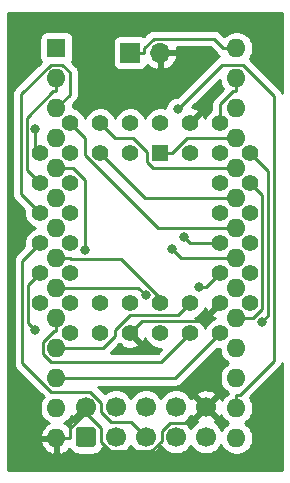
<source format=gbl>
G04 #@! TF.GenerationSoftware,KiCad,Pcbnew,(5.1.8-0-10_14)*
G04 #@! TF.CreationDate,2021-07-28T22:27:14+02:00*
G04 #@! TF.ProjectId,C64_PLA,4336345f-504c-4412-9e6b-696361645f70,rev?*
G04 #@! TF.SameCoordinates,Original*
G04 #@! TF.FileFunction,Copper,L2,Bot*
G04 #@! TF.FilePolarity,Positive*
%FSLAX46Y46*%
G04 Gerber Fmt 4.6, Leading zero omitted, Abs format (unit mm)*
G04 Created by KiCad (PCBNEW (5.1.8-0-10_14)) date 2021-07-28 22:27:14*
%MOMM*%
%LPD*%
G01*
G04 APERTURE LIST*
G04 #@! TA.AperFunction,ComponentPad*
%ADD10C,1.700000*%
G04 #@! TD*
G04 #@! TA.AperFunction,ComponentPad*
%ADD11O,1.600000X1.600000*%
G04 #@! TD*
G04 #@! TA.AperFunction,ComponentPad*
%ADD12R,1.600000X1.600000*%
G04 #@! TD*
G04 #@! TA.AperFunction,ComponentPad*
%ADD13O,1.700000X1.700000*%
G04 #@! TD*
G04 #@! TA.AperFunction,ComponentPad*
%ADD14R,1.700000X1.700000*%
G04 #@! TD*
G04 #@! TA.AperFunction,ComponentPad*
%ADD15C,1.422400*%
G04 #@! TD*
G04 #@! TA.AperFunction,ComponentPad*
%ADD16R,1.422400X1.422400*%
G04 #@! TD*
G04 #@! TA.AperFunction,ViaPad*
%ADD17C,0.800000*%
G04 #@! TD*
G04 #@! TA.AperFunction,Conductor*
%ADD18C,0.250000*%
G04 #@! TD*
G04 #@! TA.AperFunction,Conductor*
%ADD19C,0.254000*%
G04 #@! TD*
G04 #@! TA.AperFunction,Conductor*
%ADD20C,0.100000*%
G04 #@! TD*
G04 APERTURE END LIST*
G04 #@! TA.AperFunction,ComponentPad*
G36*
G01*
X143310000Y-136390000D02*
X142110000Y-136390000D01*
G75*
G02*
X141860000Y-136140000I0J250000D01*
G01*
X141860000Y-134940000D01*
G75*
G02*
X142110000Y-134690000I250000J0D01*
G01*
X143310000Y-134690000D01*
G75*
G02*
X143560000Y-134940000I0J-250000D01*
G01*
X143560000Y-136140000D01*
G75*
G02*
X143310000Y-136390000I-250000J0D01*
G01*
G37*
G04 #@! TD.AperFunction*
D10*
X145250000Y-135540000D03*
X147790000Y-135540000D03*
X150330000Y-135540000D03*
X152870000Y-135540000D03*
X142710000Y-133000000D03*
X145250000Y-133000000D03*
X147790000Y-133000000D03*
X150330000Y-133000000D03*
X152870000Y-133000000D03*
D11*
X155467600Y-102617000D03*
X140227600Y-135637000D03*
X155467600Y-105157000D03*
X140227600Y-133097000D03*
X155467600Y-107697000D03*
X140227600Y-130557000D03*
X155467600Y-110237000D03*
X140227600Y-128017000D03*
X155467600Y-112777000D03*
X140227600Y-125477000D03*
X155467600Y-115317000D03*
X140227600Y-122937000D03*
X155467600Y-117857000D03*
X140227600Y-120397000D03*
X155467600Y-120397000D03*
X140227600Y-117857000D03*
X155467600Y-122937000D03*
X140227600Y-115317000D03*
X155467600Y-125477000D03*
X140227600Y-112777000D03*
X155467600Y-128017000D03*
X140227600Y-110237000D03*
X155467600Y-130557000D03*
X140227600Y-107697000D03*
X155467600Y-133097000D03*
X140227600Y-105157000D03*
X155467600Y-135637000D03*
D12*
X140227600Y-102617000D03*
D13*
X149000000Y-103000000D03*
D14*
X146460000Y-103000000D03*
D15*
X156620000Y-111500000D03*
X156620000Y-114040000D03*
X156620000Y-116580000D03*
X156620000Y-119120000D03*
X156620000Y-121660000D03*
X154080000Y-108960000D03*
X154080000Y-114040000D03*
X154080000Y-116580000D03*
X154080000Y-119120000D03*
X154080000Y-121660000D03*
X154080000Y-124200000D03*
X154080000Y-126740000D03*
X151540000Y-126740000D03*
X149000000Y-126740000D03*
X146460000Y-126740000D03*
X143920000Y-126740000D03*
X141380000Y-126740000D03*
X156620000Y-124200000D03*
X151540000Y-124200000D03*
X149000000Y-124200000D03*
X146460000Y-124200000D03*
X143920000Y-124200000D03*
X141380000Y-124200000D03*
X138840000Y-124200000D03*
X138840000Y-121660000D03*
X138840000Y-119120000D03*
X138840000Y-116580000D03*
X138840000Y-114040000D03*
X138840000Y-111500000D03*
X141380000Y-121660000D03*
X141380000Y-119120000D03*
X141380000Y-116580000D03*
X141380000Y-114040000D03*
X141380000Y-111500000D03*
X151540000Y-108960000D03*
X149000000Y-108960000D03*
X141380000Y-108960000D03*
X143920000Y-108960000D03*
X146460000Y-108960000D03*
X154080000Y-111500000D03*
X151540000Y-111500000D03*
X143920000Y-111500000D03*
X146460000Y-111500000D03*
D16*
X149000000Y-111500000D03*
D17*
X138426800Y-126523700D03*
X138428300Y-109478500D03*
X152293200Y-122882000D03*
X147781700Y-123557800D03*
X150036600Y-119628000D03*
X157609100Y-125800400D03*
X142650000Y-119740500D03*
X150487100Y-107774200D03*
X151002700Y-118617400D03*
D18*
X146460000Y-126740000D02*
X147496600Y-125703400D01*
X147496600Y-125703400D02*
X152576600Y-125703400D01*
X152576600Y-125703400D02*
X154080000Y-124200000D01*
X142689300Y-133479500D02*
X143980500Y-134770800D01*
X143980500Y-134770800D02*
X143980500Y-135956300D01*
X143980500Y-135956300D02*
X144778300Y-136754100D01*
X144778300Y-136754100D02*
X148248900Y-136754100D01*
X148248900Y-136754100D02*
X149154600Y-135848400D01*
X149154600Y-135848400D02*
X149154600Y-135050600D01*
X149154600Y-135050600D02*
X149840600Y-134364600D01*
X149840600Y-134364600D02*
X151505400Y-134364600D01*
X151505400Y-134364600D02*
X152870000Y-133000000D01*
X142710000Y-133000000D02*
X142689200Y-133020800D01*
X142689200Y-133020800D02*
X142689200Y-133479500D01*
X142689200Y-133479500D02*
X142689300Y-133479500D01*
X141352900Y-135637000D02*
X141352900Y-134815900D01*
X141352900Y-134815900D02*
X142689300Y-133479500D01*
X140227600Y-135637000D02*
X141352900Y-135637000D01*
X138426800Y-126523700D02*
X137800000Y-125896900D01*
X137800000Y-125896900D02*
X137800000Y-122700000D01*
X137800000Y-122700000D02*
X138840000Y-121660000D01*
X155467600Y-102617000D02*
X154342300Y-102617000D01*
X146460000Y-103000000D02*
X147635300Y-103000000D01*
X147635300Y-103000000D02*
X147635300Y-102632700D01*
X147635300Y-102632700D02*
X148460600Y-101807400D01*
X148460600Y-101807400D02*
X153532700Y-101807400D01*
X153532700Y-101807400D02*
X154342300Y-102617000D01*
X138840000Y-111500000D02*
X138428300Y-111088300D01*
X138428300Y-111088300D02*
X138428300Y-109478500D01*
X138840000Y-119120000D02*
X137349700Y-120610300D01*
X137349700Y-120610300D02*
X137349700Y-129288900D01*
X137349700Y-129288900D02*
X139783300Y-131722500D01*
X139783300Y-131722500D02*
X143098900Y-131722500D01*
X143098900Y-131722500D02*
X144022000Y-132645600D01*
X144022000Y-132645600D02*
X144022000Y-133451900D01*
X144022000Y-133451900D02*
X144840100Y-134270000D01*
X144840100Y-134270000D02*
X146520000Y-134270000D01*
X146520000Y-134270000D02*
X147790000Y-135540000D01*
X154080000Y-121660000D02*
X152858000Y-122882000D01*
X152858000Y-122882000D02*
X152293200Y-122882000D01*
X155467600Y-105157000D02*
X155467600Y-106282300D01*
X154080000Y-108960000D02*
X154080000Y-107388600D01*
X154080000Y-107388600D02*
X155186300Y-106282300D01*
X155186300Y-106282300D02*
X155467600Y-106282300D01*
X154080000Y-126740000D02*
X150263000Y-130557000D01*
X150263000Y-130557000D02*
X141352900Y-130557000D01*
X140227600Y-130557000D02*
X141352900Y-130557000D01*
X149000000Y-111500000D02*
X150036500Y-111500000D01*
X150036500Y-111500000D02*
X151299500Y-110237000D01*
X151299500Y-110237000D02*
X155467600Y-110237000D01*
X140227600Y-128017000D02*
X141352900Y-128017000D01*
X151540000Y-124200000D02*
X150503400Y-125236600D01*
X150503400Y-125236600D02*
X146443000Y-125236600D01*
X146443000Y-125236600D02*
X145190000Y-126489600D01*
X145190000Y-126489600D02*
X145190000Y-126972300D01*
X145190000Y-126972300D02*
X144145300Y-128017000D01*
X144145300Y-128017000D02*
X141352900Y-128017000D01*
X143920000Y-108960000D02*
X145190000Y-110230000D01*
X145190000Y-110230000D02*
X146697000Y-110230000D01*
X146697000Y-110230000D02*
X147889300Y-111422300D01*
X147889300Y-111422300D02*
X147889300Y-112275400D01*
X147889300Y-112275400D02*
X148390900Y-112777000D01*
X148390900Y-112777000D02*
X155467600Y-112777000D01*
X140227600Y-125477000D02*
X140227600Y-126602300D01*
X151540000Y-126740000D02*
X149101100Y-129178900D01*
X149101100Y-129178900D02*
X139779900Y-129178900D01*
X139779900Y-129178900D02*
X139101700Y-128500700D01*
X139101700Y-128500700D02*
X139101700Y-127504800D01*
X139101700Y-127504800D02*
X140004200Y-126602300D01*
X140004200Y-126602300D02*
X140227600Y-126602300D01*
X143920000Y-111500000D02*
X147737000Y-115317000D01*
X147737000Y-115317000D02*
X155467600Y-115317000D01*
X141352900Y-122937000D02*
X147160900Y-122937000D01*
X147160900Y-122937000D02*
X147781700Y-123557800D01*
X140227600Y-122937000D02*
X141352900Y-122937000D01*
X141380000Y-108960000D02*
X142650000Y-110230000D01*
X142650000Y-110230000D02*
X142650000Y-111704700D01*
X142650000Y-111704700D02*
X148802300Y-117857000D01*
X148802300Y-117857000D02*
X155467600Y-117857000D01*
X149000000Y-124200000D02*
X149000000Y-123750300D01*
X149000000Y-123750300D02*
X145715500Y-120465800D01*
X145715500Y-120465800D02*
X141421700Y-120465800D01*
X141421700Y-120465800D02*
X141352900Y-120397000D01*
X140227600Y-120397000D02*
X141352900Y-120397000D01*
X155467600Y-120397000D02*
X150805600Y-120397000D01*
X150805600Y-120397000D02*
X150036600Y-119628000D01*
X157609100Y-125800400D02*
X158162800Y-125246700D01*
X158162800Y-125246700D02*
X158162800Y-113042800D01*
X158162800Y-113042800D02*
X156620000Y-111500000D01*
X156620000Y-114040000D02*
X157660900Y-115080900D01*
X157660900Y-115080900D02*
X157660900Y-124673900D01*
X157660900Y-124673900D02*
X156857800Y-125477000D01*
X156857800Y-125477000D02*
X155467600Y-125477000D01*
X140227600Y-112777000D02*
X141599900Y-112777000D01*
X141599900Y-112777000D02*
X142650000Y-113827100D01*
X142650000Y-113827100D02*
X142650000Y-119740500D01*
X140227600Y-107697000D02*
X141370000Y-106554600D01*
X141370000Y-106554600D02*
X141370000Y-104670200D01*
X141370000Y-104670200D02*
X140710700Y-104010900D01*
X140710700Y-104010900D02*
X139751200Y-104010900D01*
X139751200Y-104010900D02*
X137252700Y-106509400D01*
X137252700Y-106509400D02*
X137252700Y-114992700D01*
X137252700Y-114992700D02*
X138840000Y-116580000D01*
X155467600Y-131971700D02*
X155725800Y-131971700D01*
X155725800Y-131971700D02*
X158613100Y-129084400D01*
X158613100Y-129084400D02*
X158613100Y-106640100D01*
X158613100Y-106640100D02*
X156001700Y-104028700D01*
X156001700Y-104028700D02*
X154232600Y-104028700D01*
X154232600Y-104028700D02*
X150487100Y-107774200D01*
X155467600Y-133097000D02*
X155467600Y-131971700D01*
X154080000Y-119120000D02*
X151505300Y-119120000D01*
X151505300Y-119120000D02*
X151002700Y-118617400D01*
X140227600Y-106282300D02*
X139946300Y-106282300D01*
X139946300Y-106282300D02*
X137703000Y-108525600D01*
X137703000Y-108525600D02*
X137703000Y-112903000D01*
X137703000Y-112903000D02*
X138840000Y-114040000D01*
X140227600Y-105157000D02*
X140227600Y-106282300D01*
D19*
X159340001Y-106418252D02*
X159318646Y-106347853D01*
X159248074Y-106215824D01*
X159153101Y-106100099D01*
X159124103Y-106076301D01*
X156580899Y-103533097D01*
X156582237Y-103531759D01*
X156739280Y-103296727D01*
X156847453Y-103035574D01*
X156902600Y-102758335D01*
X156902600Y-102475665D01*
X156847453Y-102198426D01*
X156739280Y-101937273D01*
X156582237Y-101702241D01*
X156382359Y-101502363D01*
X156147327Y-101345320D01*
X155886174Y-101237147D01*
X155608935Y-101182000D01*
X155326265Y-101182000D01*
X155049026Y-101237147D01*
X154787873Y-101345320D01*
X154552841Y-101502363D01*
X154427653Y-101627551D01*
X154096503Y-101296402D01*
X154072701Y-101267399D01*
X153956976Y-101172426D01*
X153824947Y-101101854D01*
X153681686Y-101058397D01*
X153570033Y-101047400D01*
X153570022Y-101047400D01*
X153532700Y-101043724D01*
X153495378Y-101047400D01*
X148497922Y-101047400D01*
X148460599Y-101043724D01*
X148423276Y-101047400D01*
X148423267Y-101047400D01*
X148311614Y-101058397D01*
X148168353Y-101101854D01*
X148036324Y-101172426D01*
X148036322Y-101172427D01*
X148036323Y-101172427D01*
X147949596Y-101243601D01*
X147949592Y-101243605D01*
X147920599Y-101267399D01*
X147896805Y-101296392D01*
X147605349Y-101587849D01*
X147554180Y-101560498D01*
X147434482Y-101524188D01*
X147310000Y-101511928D01*
X145610000Y-101511928D01*
X145485518Y-101524188D01*
X145365820Y-101560498D01*
X145255506Y-101619463D01*
X145158815Y-101698815D01*
X145079463Y-101795506D01*
X145020498Y-101905820D01*
X144984188Y-102025518D01*
X144971928Y-102150000D01*
X144971928Y-103850000D01*
X144984188Y-103974482D01*
X145020498Y-104094180D01*
X145079463Y-104204494D01*
X145158815Y-104301185D01*
X145255506Y-104380537D01*
X145365820Y-104439502D01*
X145485518Y-104475812D01*
X145610000Y-104488072D01*
X147310000Y-104488072D01*
X147434482Y-104475812D01*
X147554180Y-104439502D01*
X147664494Y-104380537D01*
X147761185Y-104301185D01*
X147840537Y-104204494D01*
X147899502Y-104094180D01*
X147923966Y-104013534D01*
X147999731Y-104097588D01*
X148233080Y-104271641D01*
X148495901Y-104396825D01*
X148643110Y-104441476D01*
X148873000Y-104320155D01*
X148873000Y-103127000D01*
X149127000Y-103127000D01*
X149127000Y-104320155D01*
X149356890Y-104441476D01*
X149504099Y-104396825D01*
X149766920Y-104271641D01*
X150000269Y-104097588D01*
X150195178Y-103881355D01*
X150344157Y-103631252D01*
X150441481Y-103356891D01*
X150320814Y-103127000D01*
X149127000Y-103127000D01*
X148873000Y-103127000D01*
X148853000Y-103127000D01*
X148853000Y-102873000D01*
X148873000Y-102873000D01*
X148873000Y-102853000D01*
X149127000Y-102853000D01*
X149127000Y-102873000D01*
X150320814Y-102873000D01*
X150441481Y-102643109D01*
X150414625Y-102567400D01*
X153217899Y-102567400D01*
X153778501Y-103128002D01*
X153802299Y-103157001D01*
X153918024Y-103251974D01*
X154011063Y-103301705D01*
X153942361Y-103322545D01*
X153940353Y-103323154D01*
X153808323Y-103393726D01*
X153743286Y-103447101D01*
X153692599Y-103488699D01*
X153668801Y-103517697D01*
X150447299Y-106739200D01*
X150385161Y-106739200D01*
X150185202Y-106778974D01*
X149996844Y-106856995D01*
X149827326Y-106970263D01*
X149683163Y-107114426D01*
X149569895Y-107283944D01*
X149491874Y-107472302D01*
X149452100Y-107672261D01*
X149452100Y-107690149D01*
X149392672Y-107665533D01*
X149132589Y-107613800D01*
X148867411Y-107613800D01*
X148607328Y-107665533D01*
X148362335Y-107767013D01*
X148141847Y-107914338D01*
X147954338Y-108101847D01*
X147807013Y-108322335D01*
X147730000Y-108508260D01*
X147652987Y-108322335D01*
X147505662Y-108101847D01*
X147318153Y-107914338D01*
X147097665Y-107767013D01*
X146852672Y-107665533D01*
X146592589Y-107613800D01*
X146327411Y-107613800D01*
X146067328Y-107665533D01*
X145822335Y-107767013D01*
X145601847Y-107914338D01*
X145414338Y-108101847D01*
X145267013Y-108322335D01*
X145190000Y-108508260D01*
X145112987Y-108322335D01*
X144965662Y-108101847D01*
X144778153Y-107914338D01*
X144557665Y-107767013D01*
X144312672Y-107665533D01*
X144052589Y-107613800D01*
X143787411Y-107613800D01*
X143527328Y-107665533D01*
X143282335Y-107767013D01*
X143061847Y-107914338D01*
X142874338Y-108101847D01*
X142727013Y-108322335D01*
X142650000Y-108508260D01*
X142572987Y-108322335D01*
X142425662Y-108101847D01*
X142238153Y-107914338D01*
X142017665Y-107767013D01*
X141772672Y-107665533D01*
X141662600Y-107643639D01*
X141662600Y-107555665D01*
X141626288Y-107373114D01*
X141881004Y-107118398D01*
X141910001Y-107094601D01*
X142004974Y-106978876D01*
X142075546Y-106846847D01*
X142119003Y-106703586D01*
X142130000Y-106591933D01*
X142130000Y-106591932D01*
X142133677Y-106554600D01*
X142130000Y-106517267D01*
X142130000Y-104707522D01*
X142133676Y-104670199D01*
X142130000Y-104632877D01*
X142130000Y-104632867D01*
X142119003Y-104521214D01*
X142075546Y-104377953D01*
X142035561Y-104303147D01*
X142004974Y-104245923D01*
X141933799Y-104159197D01*
X141910001Y-104130199D01*
X141881002Y-104106400D01*
X141552709Y-103778108D01*
X141558137Y-103771494D01*
X141617102Y-103661180D01*
X141653412Y-103541482D01*
X141665672Y-103417000D01*
X141665672Y-101817000D01*
X141653412Y-101692518D01*
X141617102Y-101572820D01*
X141558137Y-101462506D01*
X141478785Y-101365815D01*
X141382094Y-101286463D01*
X141271780Y-101227498D01*
X141152082Y-101191188D01*
X141027600Y-101178928D01*
X139427600Y-101178928D01*
X139303118Y-101191188D01*
X139183420Y-101227498D01*
X139073106Y-101286463D01*
X138976415Y-101365815D01*
X138897063Y-101462506D01*
X138838098Y-101572820D01*
X138801788Y-101692518D01*
X138789528Y-101817000D01*
X138789528Y-103417000D01*
X138801788Y-103541482D01*
X138838098Y-103661180D01*
X138897063Y-103771494D01*
X138905511Y-103781788D01*
X136741703Y-105945596D01*
X136712699Y-105969399D01*
X136683379Y-106005126D01*
X136617726Y-106085124D01*
X136547865Y-106215823D01*
X136547154Y-106217154D01*
X136503697Y-106360415D01*
X136492700Y-106472068D01*
X136492700Y-106472078D01*
X136489024Y-106509400D01*
X136492700Y-106546722D01*
X136492701Y-114955368D01*
X136489024Y-114992700D01*
X136503698Y-115141685D01*
X136547154Y-115284946D01*
X136617726Y-115416976D01*
X136657948Y-115465986D01*
X136712700Y-115532701D01*
X136741698Y-115556499D01*
X137516830Y-116331631D01*
X137493800Y-116447411D01*
X137493800Y-116712589D01*
X137545533Y-116972672D01*
X137647013Y-117217665D01*
X137794338Y-117438153D01*
X137981847Y-117625662D01*
X138202335Y-117772987D01*
X138388260Y-117850000D01*
X138202335Y-117927013D01*
X137981847Y-118074338D01*
X137794338Y-118261847D01*
X137647013Y-118482335D01*
X137545533Y-118727328D01*
X137493800Y-118987411D01*
X137493800Y-119252589D01*
X137516830Y-119368368D01*
X136838702Y-120046497D01*
X136809699Y-120070299D01*
X136781424Y-120104753D01*
X136714726Y-120186024D01*
X136681591Y-120248015D01*
X136644154Y-120318054D01*
X136600697Y-120461315D01*
X136589700Y-120572968D01*
X136589700Y-120572978D01*
X136586024Y-120610300D01*
X136589700Y-120647622D01*
X136589701Y-129251568D01*
X136586024Y-129288900D01*
X136589701Y-129326233D01*
X136600698Y-129437886D01*
X136613880Y-129481342D01*
X136644154Y-129581146D01*
X136714726Y-129713176D01*
X136785901Y-129799902D01*
X136809700Y-129828901D01*
X136838698Y-129852699D01*
X139140601Y-132154603D01*
X139112963Y-132182241D01*
X138955920Y-132417273D01*
X138847747Y-132678426D01*
X138792600Y-132955665D01*
X138792600Y-133238335D01*
X138847747Y-133515574D01*
X138955920Y-133776727D01*
X139112963Y-134011759D01*
X139312841Y-134211637D01*
X139547873Y-134368680D01*
X139558465Y-134373067D01*
X139372469Y-134484615D01*
X139164081Y-134673586D01*
X138996563Y-134899580D01*
X138876354Y-135153913D01*
X138835696Y-135287961D01*
X138957685Y-135510000D01*
X140100600Y-135510000D01*
X140100600Y-135490000D01*
X140354600Y-135490000D01*
X140354600Y-135510000D01*
X140374600Y-135510000D01*
X140374600Y-135764000D01*
X140354600Y-135764000D01*
X140354600Y-136907624D01*
X140576640Y-137028909D01*
X140841481Y-136934070D01*
X141082731Y-136789385D01*
X141291119Y-136600414D01*
X141327638Y-136551148D01*
X141371595Y-136633386D01*
X141482038Y-136767962D01*
X141616614Y-136878405D01*
X141770150Y-136960472D01*
X141936746Y-137011008D01*
X142110000Y-137028072D01*
X143310000Y-137028072D01*
X143483254Y-137011008D01*
X143649850Y-136960472D01*
X143803386Y-136878405D01*
X143937962Y-136767962D01*
X144048405Y-136633386D01*
X144116285Y-136506392D01*
X144303368Y-136693475D01*
X144546589Y-136855990D01*
X144816842Y-136967932D01*
X145103740Y-137025000D01*
X145396260Y-137025000D01*
X145683158Y-136967932D01*
X145953411Y-136855990D01*
X146196632Y-136693475D01*
X146403475Y-136486632D01*
X146520000Y-136312240D01*
X146636525Y-136486632D01*
X146843368Y-136693475D01*
X147086589Y-136855990D01*
X147356842Y-136967932D01*
X147643740Y-137025000D01*
X147936260Y-137025000D01*
X148223158Y-136967932D01*
X148493411Y-136855990D01*
X148736632Y-136693475D01*
X148943475Y-136486632D01*
X149060000Y-136312240D01*
X149176525Y-136486632D01*
X149383368Y-136693475D01*
X149626589Y-136855990D01*
X149896842Y-136967932D01*
X150183740Y-137025000D01*
X150476260Y-137025000D01*
X150763158Y-136967932D01*
X151033411Y-136855990D01*
X151276632Y-136693475D01*
X151483475Y-136486632D01*
X151600000Y-136312240D01*
X151716525Y-136486632D01*
X151923368Y-136693475D01*
X152166589Y-136855990D01*
X152436842Y-136967932D01*
X152723740Y-137025000D01*
X153016260Y-137025000D01*
X153303158Y-136967932D01*
X153573411Y-136855990D01*
X153816632Y-136693475D01*
X154023475Y-136486632D01*
X154173373Y-136262294D01*
X154195920Y-136316727D01*
X154352963Y-136551759D01*
X154552841Y-136751637D01*
X154787873Y-136908680D01*
X155049026Y-137016853D01*
X155326265Y-137072000D01*
X155608935Y-137072000D01*
X155886174Y-137016853D01*
X156147327Y-136908680D01*
X156382359Y-136751637D01*
X156582237Y-136551759D01*
X156739280Y-136316727D01*
X156847453Y-136055574D01*
X156902600Y-135778335D01*
X156902600Y-135495665D01*
X156847453Y-135218426D01*
X156739280Y-134957273D01*
X156582237Y-134722241D01*
X156382359Y-134522363D01*
X156149841Y-134367000D01*
X156382359Y-134211637D01*
X156582237Y-134011759D01*
X156739280Y-133776727D01*
X156847453Y-133515574D01*
X156902600Y-133238335D01*
X156902600Y-132955665D01*
X156847453Y-132678426D01*
X156739280Y-132417273D01*
X156585370Y-132186931D01*
X159124104Y-129648198D01*
X159153101Y-129624401D01*
X159248074Y-129508676D01*
X159318646Y-129376647D01*
X159340000Y-129306250D01*
X159340000Y-138340000D01*
X136160000Y-138340000D01*
X136160000Y-135986039D01*
X138835696Y-135986039D01*
X138876354Y-136120087D01*
X138996563Y-136374420D01*
X139164081Y-136600414D01*
X139372469Y-136789385D01*
X139613719Y-136934070D01*
X139878560Y-137028909D01*
X140100600Y-136907624D01*
X140100600Y-135764000D01*
X138957685Y-135764000D01*
X138835696Y-135986039D01*
X136160000Y-135986039D01*
X136160000Y-99660000D01*
X159340001Y-99660000D01*
X159340001Y-106418252D01*
G04 #@! TA.AperFunction,Conductor*
D20*
G36*
X159340001Y-106418252D02*
G01*
X159318646Y-106347853D01*
X159248074Y-106215824D01*
X159153101Y-106100099D01*
X159124103Y-106076301D01*
X156580899Y-103533097D01*
X156582237Y-103531759D01*
X156739280Y-103296727D01*
X156847453Y-103035574D01*
X156902600Y-102758335D01*
X156902600Y-102475665D01*
X156847453Y-102198426D01*
X156739280Y-101937273D01*
X156582237Y-101702241D01*
X156382359Y-101502363D01*
X156147327Y-101345320D01*
X155886174Y-101237147D01*
X155608935Y-101182000D01*
X155326265Y-101182000D01*
X155049026Y-101237147D01*
X154787873Y-101345320D01*
X154552841Y-101502363D01*
X154427653Y-101627551D01*
X154096503Y-101296402D01*
X154072701Y-101267399D01*
X153956976Y-101172426D01*
X153824947Y-101101854D01*
X153681686Y-101058397D01*
X153570033Y-101047400D01*
X153570022Y-101047400D01*
X153532700Y-101043724D01*
X153495378Y-101047400D01*
X148497922Y-101047400D01*
X148460599Y-101043724D01*
X148423276Y-101047400D01*
X148423267Y-101047400D01*
X148311614Y-101058397D01*
X148168353Y-101101854D01*
X148036324Y-101172426D01*
X148036322Y-101172427D01*
X148036323Y-101172427D01*
X147949596Y-101243601D01*
X147949592Y-101243605D01*
X147920599Y-101267399D01*
X147896805Y-101296392D01*
X147605349Y-101587849D01*
X147554180Y-101560498D01*
X147434482Y-101524188D01*
X147310000Y-101511928D01*
X145610000Y-101511928D01*
X145485518Y-101524188D01*
X145365820Y-101560498D01*
X145255506Y-101619463D01*
X145158815Y-101698815D01*
X145079463Y-101795506D01*
X145020498Y-101905820D01*
X144984188Y-102025518D01*
X144971928Y-102150000D01*
X144971928Y-103850000D01*
X144984188Y-103974482D01*
X145020498Y-104094180D01*
X145079463Y-104204494D01*
X145158815Y-104301185D01*
X145255506Y-104380537D01*
X145365820Y-104439502D01*
X145485518Y-104475812D01*
X145610000Y-104488072D01*
X147310000Y-104488072D01*
X147434482Y-104475812D01*
X147554180Y-104439502D01*
X147664494Y-104380537D01*
X147761185Y-104301185D01*
X147840537Y-104204494D01*
X147899502Y-104094180D01*
X147923966Y-104013534D01*
X147999731Y-104097588D01*
X148233080Y-104271641D01*
X148495901Y-104396825D01*
X148643110Y-104441476D01*
X148873000Y-104320155D01*
X148873000Y-103127000D01*
X149127000Y-103127000D01*
X149127000Y-104320155D01*
X149356890Y-104441476D01*
X149504099Y-104396825D01*
X149766920Y-104271641D01*
X150000269Y-104097588D01*
X150195178Y-103881355D01*
X150344157Y-103631252D01*
X150441481Y-103356891D01*
X150320814Y-103127000D01*
X149127000Y-103127000D01*
X148873000Y-103127000D01*
X148853000Y-103127000D01*
X148853000Y-102873000D01*
X148873000Y-102873000D01*
X148873000Y-102853000D01*
X149127000Y-102853000D01*
X149127000Y-102873000D01*
X150320814Y-102873000D01*
X150441481Y-102643109D01*
X150414625Y-102567400D01*
X153217899Y-102567400D01*
X153778501Y-103128002D01*
X153802299Y-103157001D01*
X153918024Y-103251974D01*
X154011063Y-103301705D01*
X153942361Y-103322545D01*
X153940353Y-103323154D01*
X153808323Y-103393726D01*
X153743286Y-103447101D01*
X153692599Y-103488699D01*
X153668801Y-103517697D01*
X150447299Y-106739200D01*
X150385161Y-106739200D01*
X150185202Y-106778974D01*
X149996844Y-106856995D01*
X149827326Y-106970263D01*
X149683163Y-107114426D01*
X149569895Y-107283944D01*
X149491874Y-107472302D01*
X149452100Y-107672261D01*
X149452100Y-107690149D01*
X149392672Y-107665533D01*
X149132589Y-107613800D01*
X148867411Y-107613800D01*
X148607328Y-107665533D01*
X148362335Y-107767013D01*
X148141847Y-107914338D01*
X147954338Y-108101847D01*
X147807013Y-108322335D01*
X147730000Y-108508260D01*
X147652987Y-108322335D01*
X147505662Y-108101847D01*
X147318153Y-107914338D01*
X147097665Y-107767013D01*
X146852672Y-107665533D01*
X146592589Y-107613800D01*
X146327411Y-107613800D01*
X146067328Y-107665533D01*
X145822335Y-107767013D01*
X145601847Y-107914338D01*
X145414338Y-108101847D01*
X145267013Y-108322335D01*
X145190000Y-108508260D01*
X145112987Y-108322335D01*
X144965662Y-108101847D01*
X144778153Y-107914338D01*
X144557665Y-107767013D01*
X144312672Y-107665533D01*
X144052589Y-107613800D01*
X143787411Y-107613800D01*
X143527328Y-107665533D01*
X143282335Y-107767013D01*
X143061847Y-107914338D01*
X142874338Y-108101847D01*
X142727013Y-108322335D01*
X142650000Y-108508260D01*
X142572987Y-108322335D01*
X142425662Y-108101847D01*
X142238153Y-107914338D01*
X142017665Y-107767013D01*
X141772672Y-107665533D01*
X141662600Y-107643639D01*
X141662600Y-107555665D01*
X141626288Y-107373114D01*
X141881004Y-107118398D01*
X141910001Y-107094601D01*
X142004974Y-106978876D01*
X142075546Y-106846847D01*
X142119003Y-106703586D01*
X142130000Y-106591933D01*
X142130000Y-106591932D01*
X142133677Y-106554600D01*
X142130000Y-106517267D01*
X142130000Y-104707522D01*
X142133676Y-104670199D01*
X142130000Y-104632877D01*
X142130000Y-104632867D01*
X142119003Y-104521214D01*
X142075546Y-104377953D01*
X142035561Y-104303147D01*
X142004974Y-104245923D01*
X141933799Y-104159197D01*
X141910001Y-104130199D01*
X141881002Y-104106400D01*
X141552709Y-103778108D01*
X141558137Y-103771494D01*
X141617102Y-103661180D01*
X141653412Y-103541482D01*
X141665672Y-103417000D01*
X141665672Y-101817000D01*
X141653412Y-101692518D01*
X141617102Y-101572820D01*
X141558137Y-101462506D01*
X141478785Y-101365815D01*
X141382094Y-101286463D01*
X141271780Y-101227498D01*
X141152082Y-101191188D01*
X141027600Y-101178928D01*
X139427600Y-101178928D01*
X139303118Y-101191188D01*
X139183420Y-101227498D01*
X139073106Y-101286463D01*
X138976415Y-101365815D01*
X138897063Y-101462506D01*
X138838098Y-101572820D01*
X138801788Y-101692518D01*
X138789528Y-101817000D01*
X138789528Y-103417000D01*
X138801788Y-103541482D01*
X138838098Y-103661180D01*
X138897063Y-103771494D01*
X138905511Y-103781788D01*
X136741703Y-105945596D01*
X136712699Y-105969399D01*
X136683379Y-106005126D01*
X136617726Y-106085124D01*
X136547865Y-106215823D01*
X136547154Y-106217154D01*
X136503697Y-106360415D01*
X136492700Y-106472068D01*
X136492700Y-106472078D01*
X136489024Y-106509400D01*
X136492700Y-106546722D01*
X136492701Y-114955368D01*
X136489024Y-114992700D01*
X136503698Y-115141685D01*
X136547154Y-115284946D01*
X136617726Y-115416976D01*
X136657948Y-115465986D01*
X136712700Y-115532701D01*
X136741698Y-115556499D01*
X137516830Y-116331631D01*
X137493800Y-116447411D01*
X137493800Y-116712589D01*
X137545533Y-116972672D01*
X137647013Y-117217665D01*
X137794338Y-117438153D01*
X137981847Y-117625662D01*
X138202335Y-117772987D01*
X138388260Y-117850000D01*
X138202335Y-117927013D01*
X137981847Y-118074338D01*
X137794338Y-118261847D01*
X137647013Y-118482335D01*
X137545533Y-118727328D01*
X137493800Y-118987411D01*
X137493800Y-119252589D01*
X137516830Y-119368368D01*
X136838702Y-120046497D01*
X136809699Y-120070299D01*
X136781424Y-120104753D01*
X136714726Y-120186024D01*
X136681591Y-120248015D01*
X136644154Y-120318054D01*
X136600697Y-120461315D01*
X136589700Y-120572968D01*
X136589700Y-120572978D01*
X136586024Y-120610300D01*
X136589700Y-120647622D01*
X136589701Y-129251568D01*
X136586024Y-129288900D01*
X136589701Y-129326233D01*
X136600698Y-129437886D01*
X136613880Y-129481342D01*
X136644154Y-129581146D01*
X136714726Y-129713176D01*
X136785901Y-129799902D01*
X136809700Y-129828901D01*
X136838698Y-129852699D01*
X139140601Y-132154603D01*
X139112963Y-132182241D01*
X138955920Y-132417273D01*
X138847747Y-132678426D01*
X138792600Y-132955665D01*
X138792600Y-133238335D01*
X138847747Y-133515574D01*
X138955920Y-133776727D01*
X139112963Y-134011759D01*
X139312841Y-134211637D01*
X139547873Y-134368680D01*
X139558465Y-134373067D01*
X139372469Y-134484615D01*
X139164081Y-134673586D01*
X138996563Y-134899580D01*
X138876354Y-135153913D01*
X138835696Y-135287961D01*
X138957685Y-135510000D01*
X140100600Y-135510000D01*
X140100600Y-135490000D01*
X140354600Y-135490000D01*
X140354600Y-135510000D01*
X140374600Y-135510000D01*
X140374600Y-135764000D01*
X140354600Y-135764000D01*
X140354600Y-136907624D01*
X140576640Y-137028909D01*
X140841481Y-136934070D01*
X141082731Y-136789385D01*
X141291119Y-136600414D01*
X141327638Y-136551148D01*
X141371595Y-136633386D01*
X141482038Y-136767962D01*
X141616614Y-136878405D01*
X141770150Y-136960472D01*
X141936746Y-137011008D01*
X142110000Y-137028072D01*
X143310000Y-137028072D01*
X143483254Y-137011008D01*
X143649850Y-136960472D01*
X143803386Y-136878405D01*
X143937962Y-136767962D01*
X144048405Y-136633386D01*
X144116285Y-136506392D01*
X144303368Y-136693475D01*
X144546589Y-136855990D01*
X144816842Y-136967932D01*
X145103740Y-137025000D01*
X145396260Y-137025000D01*
X145683158Y-136967932D01*
X145953411Y-136855990D01*
X146196632Y-136693475D01*
X146403475Y-136486632D01*
X146520000Y-136312240D01*
X146636525Y-136486632D01*
X146843368Y-136693475D01*
X147086589Y-136855990D01*
X147356842Y-136967932D01*
X147643740Y-137025000D01*
X147936260Y-137025000D01*
X148223158Y-136967932D01*
X148493411Y-136855990D01*
X148736632Y-136693475D01*
X148943475Y-136486632D01*
X149060000Y-136312240D01*
X149176525Y-136486632D01*
X149383368Y-136693475D01*
X149626589Y-136855990D01*
X149896842Y-136967932D01*
X150183740Y-137025000D01*
X150476260Y-137025000D01*
X150763158Y-136967932D01*
X151033411Y-136855990D01*
X151276632Y-136693475D01*
X151483475Y-136486632D01*
X151600000Y-136312240D01*
X151716525Y-136486632D01*
X151923368Y-136693475D01*
X152166589Y-136855990D01*
X152436842Y-136967932D01*
X152723740Y-137025000D01*
X153016260Y-137025000D01*
X153303158Y-136967932D01*
X153573411Y-136855990D01*
X153816632Y-136693475D01*
X154023475Y-136486632D01*
X154173373Y-136262294D01*
X154195920Y-136316727D01*
X154352963Y-136551759D01*
X154552841Y-136751637D01*
X154787873Y-136908680D01*
X155049026Y-137016853D01*
X155326265Y-137072000D01*
X155608935Y-137072000D01*
X155886174Y-137016853D01*
X156147327Y-136908680D01*
X156382359Y-136751637D01*
X156582237Y-136551759D01*
X156739280Y-136316727D01*
X156847453Y-136055574D01*
X156902600Y-135778335D01*
X156902600Y-135495665D01*
X156847453Y-135218426D01*
X156739280Y-134957273D01*
X156582237Y-134722241D01*
X156382359Y-134522363D01*
X156149841Y-134367000D01*
X156382359Y-134211637D01*
X156582237Y-134011759D01*
X156739280Y-133776727D01*
X156847453Y-133515574D01*
X156902600Y-133238335D01*
X156902600Y-132955665D01*
X156847453Y-132678426D01*
X156739280Y-132417273D01*
X156585370Y-132186931D01*
X159124104Y-129648198D01*
X159153101Y-129624401D01*
X159248074Y-129508676D01*
X159318646Y-129376647D01*
X159340000Y-129306250D01*
X159340000Y-138340000D01*
X136160000Y-138340000D01*
X136160000Y-135986039D01*
X138835696Y-135986039D01*
X138876354Y-136120087D01*
X138996563Y-136374420D01*
X139164081Y-136600414D01*
X139372469Y-136789385D01*
X139613719Y-136934070D01*
X139878560Y-137028909D01*
X140100600Y-136907624D01*
X140100600Y-135764000D01*
X138957685Y-135764000D01*
X138835696Y-135986039D01*
X136160000Y-135986039D01*
X136160000Y-99660000D01*
X159340001Y-99660000D01*
X159340001Y-106418252D01*
G37*
G04 #@! TD.AperFunction*
D19*
X153947411Y-128086200D02*
X154032600Y-128086200D01*
X154032600Y-128158335D01*
X154087747Y-128435574D01*
X154195920Y-128696727D01*
X154352963Y-128931759D01*
X154552841Y-129131637D01*
X154785359Y-129287000D01*
X154552841Y-129442363D01*
X154352963Y-129642241D01*
X154195920Y-129877273D01*
X154087747Y-130138426D01*
X154032600Y-130415665D01*
X154032600Y-130698335D01*
X154087747Y-130975574D01*
X154195920Y-131236727D01*
X154352963Y-131471759D01*
X154552841Y-131671637D01*
X154728767Y-131789187D01*
X154718597Y-131822714D01*
X154713442Y-131875053D01*
X154552841Y-131982363D01*
X154352963Y-132182241D01*
X154224069Y-132375145D01*
X154220919Y-132366253D01*
X154147472Y-132228843D01*
X153898397Y-132151208D01*
X153049605Y-133000000D01*
X153898397Y-133848792D01*
X154147472Y-133771157D01*
X154172163Y-133719373D01*
X154195920Y-133776727D01*
X154352963Y-134011759D01*
X154552841Y-134211637D01*
X154785359Y-134367000D01*
X154552841Y-134522363D01*
X154352963Y-134722241D01*
X154220649Y-134920263D01*
X154185990Y-134836589D01*
X154023475Y-134593368D01*
X153816632Y-134386525D01*
X153643271Y-134270689D01*
X153718792Y-134028397D01*
X152870000Y-133179605D01*
X152021208Y-134028397D01*
X152096729Y-134270689D01*
X151923368Y-134386525D01*
X151716525Y-134593368D01*
X151600000Y-134767760D01*
X151483475Y-134593368D01*
X151276632Y-134386525D01*
X151102240Y-134270000D01*
X151276632Y-134153475D01*
X151483475Y-133946632D01*
X151599311Y-133773271D01*
X151841603Y-133848792D01*
X152690395Y-133000000D01*
X151841603Y-132151208D01*
X151599311Y-132226729D01*
X151483475Y-132053368D01*
X151401710Y-131971603D01*
X152021208Y-131971603D01*
X152870000Y-132820395D01*
X153718792Y-131971603D01*
X153641157Y-131722528D01*
X153377117Y-131596629D01*
X153093589Y-131524661D01*
X152801469Y-131509389D01*
X152511981Y-131551401D01*
X152236253Y-131649081D01*
X152098843Y-131722528D01*
X152021208Y-131971603D01*
X151401710Y-131971603D01*
X151276632Y-131846525D01*
X151033411Y-131684010D01*
X150763158Y-131572068D01*
X150476260Y-131515000D01*
X150183740Y-131515000D01*
X149896842Y-131572068D01*
X149626589Y-131684010D01*
X149383368Y-131846525D01*
X149176525Y-132053368D01*
X149060000Y-132227760D01*
X148943475Y-132053368D01*
X148736632Y-131846525D01*
X148493411Y-131684010D01*
X148223158Y-131572068D01*
X147936260Y-131515000D01*
X147643740Y-131515000D01*
X147356842Y-131572068D01*
X147086589Y-131684010D01*
X146843368Y-131846525D01*
X146636525Y-132053368D01*
X146520000Y-132227760D01*
X146403475Y-132053368D01*
X146196632Y-131846525D01*
X145953411Y-131684010D01*
X145683158Y-131572068D01*
X145396260Y-131515000D01*
X145103740Y-131515000D01*
X144816842Y-131572068D01*
X144546589Y-131684010D01*
X144303368Y-131846525D01*
X144300547Y-131849346D01*
X143768201Y-131317000D01*
X150225678Y-131317000D01*
X150263000Y-131320676D01*
X150300322Y-131317000D01*
X150300333Y-131317000D01*
X150411986Y-131306003D01*
X150555247Y-131262546D01*
X150687276Y-131191974D01*
X150803001Y-131097001D01*
X150826804Y-131067997D01*
X153831631Y-128063170D01*
X153947411Y-128086200D01*
G04 #@! TA.AperFunction,Conductor*
D20*
G36*
X153947411Y-128086200D02*
G01*
X154032600Y-128086200D01*
X154032600Y-128158335D01*
X154087747Y-128435574D01*
X154195920Y-128696727D01*
X154352963Y-128931759D01*
X154552841Y-129131637D01*
X154785359Y-129287000D01*
X154552841Y-129442363D01*
X154352963Y-129642241D01*
X154195920Y-129877273D01*
X154087747Y-130138426D01*
X154032600Y-130415665D01*
X154032600Y-130698335D01*
X154087747Y-130975574D01*
X154195920Y-131236727D01*
X154352963Y-131471759D01*
X154552841Y-131671637D01*
X154728767Y-131789187D01*
X154718597Y-131822714D01*
X154713442Y-131875053D01*
X154552841Y-131982363D01*
X154352963Y-132182241D01*
X154224069Y-132375145D01*
X154220919Y-132366253D01*
X154147472Y-132228843D01*
X153898397Y-132151208D01*
X153049605Y-133000000D01*
X153898397Y-133848792D01*
X154147472Y-133771157D01*
X154172163Y-133719373D01*
X154195920Y-133776727D01*
X154352963Y-134011759D01*
X154552841Y-134211637D01*
X154785359Y-134367000D01*
X154552841Y-134522363D01*
X154352963Y-134722241D01*
X154220649Y-134920263D01*
X154185990Y-134836589D01*
X154023475Y-134593368D01*
X153816632Y-134386525D01*
X153643271Y-134270689D01*
X153718792Y-134028397D01*
X152870000Y-133179605D01*
X152021208Y-134028397D01*
X152096729Y-134270689D01*
X151923368Y-134386525D01*
X151716525Y-134593368D01*
X151600000Y-134767760D01*
X151483475Y-134593368D01*
X151276632Y-134386525D01*
X151102240Y-134270000D01*
X151276632Y-134153475D01*
X151483475Y-133946632D01*
X151599311Y-133773271D01*
X151841603Y-133848792D01*
X152690395Y-133000000D01*
X151841603Y-132151208D01*
X151599311Y-132226729D01*
X151483475Y-132053368D01*
X151401710Y-131971603D01*
X152021208Y-131971603D01*
X152870000Y-132820395D01*
X153718792Y-131971603D01*
X153641157Y-131722528D01*
X153377117Y-131596629D01*
X153093589Y-131524661D01*
X152801469Y-131509389D01*
X152511981Y-131551401D01*
X152236253Y-131649081D01*
X152098843Y-131722528D01*
X152021208Y-131971603D01*
X151401710Y-131971603D01*
X151276632Y-131846525D01*
X151033411Y-131684010D01*
X150763158Y-131572068D01*
X150476260Y-131515000D01*
X150183740Y-131515000D01*
X149896842Y-131572068D01*
X149626589Y-131684010D01*
X149383368Y-131846525D01*
X149176525Y-132053368D01*
X149060000Y-132227760D01*
X148943475Y-132053368D01*
X148736632Y-131846525D01*
X148493411Y-131684010D01*
X148223158Y-131572068D01*
X147936260Y-131515000D01*
X147643740Y-131515000D01*
X147356842Y-131572068D01*
X147086589Y-131684010D01*
X146843368Y-131846525D01*
X146636525Y-132053368D01*
X146520000Y-132227760D01*
X146403475Y-132053368D01*
X146196632Y-131846525D01*
X145953411Y-131684010D01*
X145683158Y-131572068D01*
X145396260Y-131515000D01*
X145103740Y-131515000D01*
X144816842Y-131572068D01*
X144546589Y-131684010D01*
X144303368Y-131846525D01*
X144300547Y-131849346D01*
X143768201Y-131317000D01*
X150225678Y-131317000D01*
X150263000Y-131320676D01*
X150300322Y-131317000D01*
X150300333Y-131317000D01*
X150411986Y-131306003D01*
X150555247Y-131262546D01*
X150687276Y-131191974D01*
X150803001Y-131097001D01*
X150826804Y-131067997D01*
X153831631Y-128063170D01*
X153947411Y-128086200D01*
G37*
G04 #@! TD.AperFunction*
D19*
X142903748Y-132985858D02*
X142889605Y-133000000D01*
X142903748Y-133014143D01*
X142724143Y-133193748D01*
X142710000Y-133179605D01*
X141861208Y-134028397D01*
X141879293Y-134086420D01*
X141770150Y-134119528D01*
X141616614Y-134201595D01*
X141482038Y-134312038D01*
X141371595Y-134446614D01*
X141289528Y-134600150D01*
X141272401Y-134656612D01*
X141082731Y-134484615D01*
X140896735Y-134373067D01*
X140907327Y-134368680D01*
X141142359Y-134211637D01*
X141342237Y-134011759D01*
X141490854Y-133789337D01*
X141681603Y-133848792D01*
X142530395Y-133000000D01*
X142516253Y-132985858D01*
X142695858Y-132806253D01*
X142710000Y-132820395D01*
X142724143Y-132806253D01*
X142903748Y-132985858D01*
G04 #@! TA.AperFunction,Conductor*
D20*
G36*
X142903748Y-132985858D02*
G01*
X142889605Y-133000000D01*
X142903748Y-133014143D01*
X142724143Y-133193748D01*
X142710000Y-133179605D01*
X141861208Y-134028397D01*
X141879293Y-134086420D01*
X141770150Y-134119528D01*
X141616614Y-134201595D01*
X141482038Y-134312038D01*
X141371595Y-134446614D01*
X141289528Y-134600150D01*
X141272401Y-134656612D01*
X141082731Y-134484615D01*
X140896735Y-134373067D01*
X140907327Y-134368680D01*
X141142359Y-134211637D01*
X141342237Y-134011759D01*
X141490854Y-133789337D01*
X141681603Y-133848792D01*
X142530395Y-133000000D01*
X142516253Y-132985858D01*
X142695858Y-132806253D01*
X142710000Y-132820395D01*
X142724143Y-132806253D01*
X142903748Y-132985858D01*
G37*
G04 #@! TD.AperFunction*
D19*
X146653748Y-126725858D02*
X146639605Y-126740000D01*
X147389273Y-127489668D01*
X147624183Y-127428848D01*
X147732206Y-127197066D01*
X147807013Y-127377665D01*
X147954338Y-127598153D01*
X148141847Y-127785662D01*
X148362335Y-127932987D01*
X148607328Y-128034467D01*
X148867411Y-128086200D01*
X149118999Y-128086200D01*
X148786299Y-128418900D01*
X144818201Y-128418900D01*
X145522473Y-127714629D01*
X145593726Y-127785882D01*
X145710333Y-127669275D01*
X145771152Y-127904183D01*
X146011509Y-128016202D01*
X146269102Y-128079176D01*
X146534030Y-128090687D01*
X146796113Y-128050291D01*
X147045280Y-127959542D01*
X147148848Y-127904183D01*
X147209668Y-127669273D01*
X146460000Y-126919605D01*
X146445858Y-126933748D01*
X146266253Y-126754143D01*
X146280395Y-126740000D01*
X146266253Y-126725858D01*
X146445858Y-126546253D01*
X146460000Y-126560395D01*
X146474143Y-126546253D01*
X146653748Y-126725858D01*
G04 #@! TA.AperFunction,Conductor*
D20*
G36*
X146653748Y-126725858D02*
G01*
X146639605Y-126740000D01*
X147389273Y-127489668D01*
X147624183Y-127428848D01*
X147732206Y-127197066D01*
X147807013Y-127377665D01*
X147954338Y-127598153D01*
X148141847Y-127785662D01*
X148362335Y-127932987D01*
X148607328Y-128034467D01*
X148867411Y-128086200D01*
X149118999Y-128086200D01*
X148786299Y-128418900D01*
X144818201Y-128418900D01*
X145522473Y-127714629D01*
X145593726Y-127785882D01*
X145710333Y-127669275D01*
X145771152Y-127904183D01*
X146011509Y-128016202D01*
X146269102Y-128079176D01*
X146534030Y-128090687D01*
X146796113Y-128050291D01*
X147045280Y-127959542D01*
X147148848Y-127904183D01*
X147209668Y-127669273D01*
X146460000Y-126919605D01*
X146445858Y-126933748D01*
X146266253Y-126754143D01*
X146280395Y-126740000D01*
X146266253Y-126725858D01*
X146445858Y-126546253D01*
X146460000Y-126560395D01*
X146474143Y-126546253D01*
X146653748Y-126725858D01*
G37*
G04 #@! TD.AperFunction*
D19*
X154273748Y-124185858D02*
X154259605Y-124200000D01*
X154273748Y-124214143D01*
X154094143Y-124393748D01*
X154080000Y-124379605D01*
X153330332Y-125129273D01*
X153391152Y-125364183D01*
X153622934Y-125472206D01*
X153442335Y-125547013D01*
X153221847Y-125694338D01*
X153034338Y-125881847D01*
X152887013Y-126102335D01*
X152810000Y-126288260D01*
X152732987Y-126102335D01*
X152585662Y-125881847D01*
X152398153Y-125694338D01*
X152177665Y-125547013D01*
X151991740Y-125470000D01*
X152177665Y-125392987D01*
X152398153Y-125245662D01*
X152585662Y-125058153D01*
X152732987Y-124837665D01*
X152810969Y-124649400D01*
X152860458Y-124785280D01*
X152915817Y-124888848D01*
X153150727Y-124949668D01*
X153900395Y-124200000D01*
X153886253Y-124185858D01*
X154065858Y-124006253D01*
X154080000Y-124020395D01*
X154094143Y-124006253D01*
X154273748Y-124185858D01*
G04 #@! TA.AperFunction,Conductor*
D20*
G36*
X154273748Y-124185858D02*
G01*
X154259605Y-124200000D01*
X154273748Y-124214143D01*
X154094143Y-124393748D01*
X154080000Y-124379605D01*
X153330332Y-125129273D01*
X153391152Y-125364183D01*
X153622934Y-125472206D01*
X153442335Y-125547013D01*
X153221847Y-125694338D01*
X153034338Y-125881847D01*
X152887013Y-126102335D01*
X152810000Y-126288260D01*
X152732987Y-126102335D01*
X152585662Y-125881847D01*
X152398153Y-125694338D01*
X152177665Y-125547013D01*
X151991740Y-125470000D01*
X152177665Y-125392987D01*
X152398153Y-125245662D01*
X152585662Y-125058153D01*
X152732987Y-124837665D01*
X152810969Y-124649400D01*
X152860458Y-124785280D01*
X152915817Y-124888848D01*
X153150727Y-124949668D01*
X153900395Y-124200000D01*
X153886253Y-124185858D01*
X154065858Y-124006253D01*
X154080000Y-124020395D01*
X154094143Y-124006253D01*
X154273748Y-124185858D01*
G37*
G04 #@! TD.AperFunction*
D19*
X141573748Y-114025858D02*
X141559605Y-114040000D01*
X141573748Y-114054143D01*
X141394143Y-114233748D01*
X141380000Y-114219605D01*
X141365858Y-114233748D01*
X141186253Y-114054143D01*
X141200395Y-114040000D01*
X141186253Y-114025858D01*
X141365858Y-113846253D01*
X141380000Y-113860395D01*
X141394143Y-113846253D01*
X141573748Y-114025858D01*
G04 #@! TA.AperFunction,Conductor*
D20*
G36*
X141573748Y-114025858D02*
G01*
X141559605Y-114040000D01*
X141573748Y-114054143D01*
X141394143Y-114233748D01*
X141380000Y-114219605D01*
X141365858Y-114233748D01*
X141186253Y-114054143D01*
X141200395Y-114040000D01*
X141186253Y-114025858D01*
X141365858Y-113846253D01*
X141380000Y-113860395D01*
X141394143Y-113846253D01*
X141573748Y-114025858D01*
G37*
G04 #@! TD.AperFunction*
D19*
X154087747Y-105575574D02*
X154195920Y-105836727D01*
X154340576Y-106053221D01*
X153568998Y-106824801D01*
X153540000Y-106848599D01*
X153516202Y-106877597D01*
X153516201Y-106877598D01*
X153445026Y-106964324D01*
X153374454Y-107096354D01*
X153330998Y-107239615D01*
X153316324Y-107388600D01*
X153320001Y-107425932D01*
X153320001Y-107848754D01*
X153221847Y-107914338D01*
X153034338Y-108101847D01*
X152887013Y-108322335D01*
X152809031Y-108510600D01*
X152759542Y-108374720D01*
X152704183Y-108271152D01*
X152469273Y-108210332D01*
X151719605Y-108960000D01*
X151733748Y-108974143D01*
X151554143Y-109153748D01*
X151540000Y-109139605D01*
X151525858Y-109153748D01*
X151346253Y-108974143D01*
X151360395Y-108960000D01*
X151346253Y-108945858D01*
X151525858Y-108766253D01*
X151540000Y-108780395D01*
X152289668Y-108030727D01*
X152228848Y-107795817D01*
X151988491Y-107683798D01*
X151730898Y-107620824D01*
X151715928Y-107620174D01*
X154033457Y-105302645D01*
X154087747Y-105575574D01*
G04 #@! TA.AperFunction,Conductor*
D20*
G36*
X154087747Y-105575574D02*
G01*
X154195920Y-105836727D01*
X154340576Y-106053221D01*
X153568998Y-106824801D01*
X153540000Y-106848599D01*
X153516202Y-106877597D01*
X153516201Y-106877598D01*
X153445026Y-106964324D01*
X153374454Y-107096354D01*
X153330998Y-107239615D01*
X153316324Y-107388600D01*
X153320001Y-107425932D01*
X153320001Y-107848754D01*
X153221847Y-107914338D01*
X153034338Y-108101847D01*
X152887013Y-108322335D01*
X152809031Y-108510600D01*
X152759542Y-108374720D01*
X152704183Y-108271152D01*
X152469273Y-108210332D01*
X151719605Y-108960000D01*
X151733748Y-108974143D01*
X151554143Y-109153748D01*
X151540000Y-109139605D01*
X151525858Y-109153748D01*
X151346253Y-108974143D01*
X151360395Y-108960000D01*
X151346253Y-108945858D01*
X151525858Y-108766253D01*
X151540000Y-108780395D01*
X152289668Y-108030727D01*
X152228848Y-107795817D01*
X151988491Y-107683798D01*
X151730898Y-107620824D01*
X151715928Y-107620174D01*
X154033457Y-105302645D01*
X154087747Y-105575574D01*
G37*
G04 #@! TD.AperFunction*
M02*

</source>
